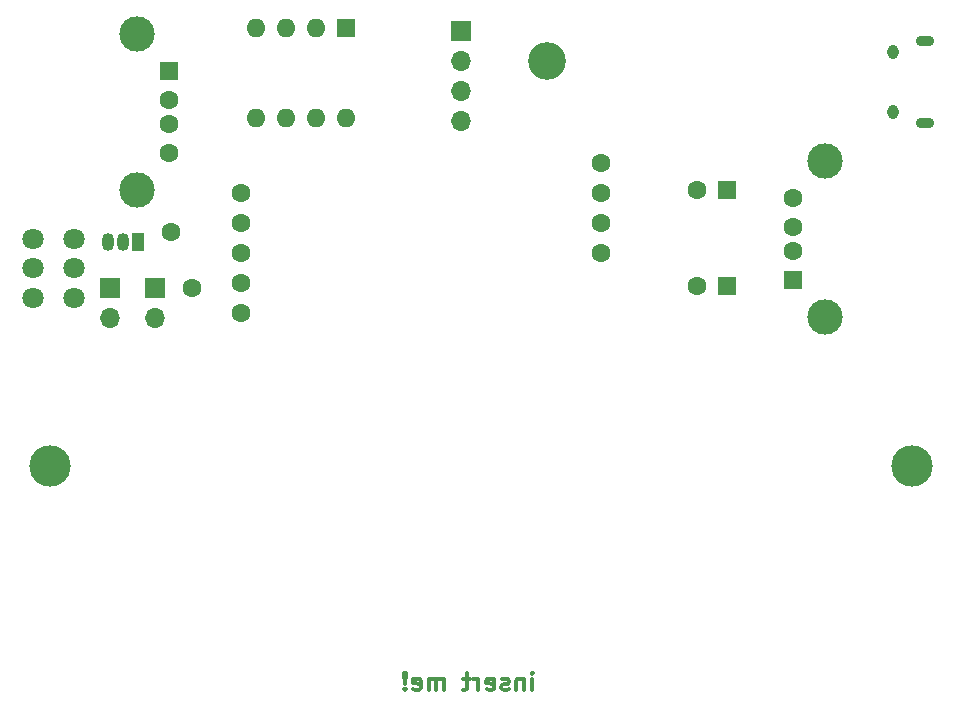
<source format=gbr>
%TF.GenerationSoftware,KiCad,Pcbnew,(5.99.0-12305-g62f7a09290)*%
%TF.CreationDate,2021-10-11T18:46:27-07:00*%
%TF.ProjectId,vive_ups,76697665-5f75-4707-932e-6b696361645f,rev?*%
%TF.SameCoordinates,Original*%
%TF.FileFunction,Soldermask,Bot*%
%TF.FilePolarity,Negative*%
%FSLAX46Y46*%
G04 Gerber Fmt 4.6, Leading zero omitted, Abs format (unit mm)*
G04 Created by KiCad (PCBNEW (5.99.0-12305-g62f7a09290)) date 2021-10-11 18:46:27*
%MOMM*%
%LPD*%
G01*
G04 APERTURE LIST*
G04 Aperture macros list*
%AMHorizOval*
0 Thick line with rounded ends*
0 $1 width*
0 $2 $3 position (X,Y) of the first rounded end (center of the circle)*
0 $4 $5 position (X,Y) of the second rounded end (center of the circle)*
0 Add line between two ends*
20,1,$1,$2,$3,$4,$5,0*
0 Add two circle primitives to create the rounded ends*
1,1,$1,$2,$3*
1,1,$1,$4,$5*%
G04 Aperture macros list end*
%ADD10C,0.300000*%
%ADD11R,1.700000X1.700000*%
%ADD12O,1.700000X1.700000*%
%ADD13O,1.050000X1.500000*%
%ADD14R,1.050000X1.500000*%
%ADD15HorizOval,1.600000X0.000000X0.000000X0.000000X0.000000X0*%
%ADD16C,1.600000*%
%ADD17C,3.200000*%
%ADD18R,1.600000X1.600000*%
%ADD19C,1.800000*%
%ADD20O,1.550000X0.890000*%
%ADD21O,0.950000X1.250000*%
%ADD22C,3.500000*%
%ADD23R,1.500000X1.600000*%
%ADD24C,3.000000*%
%ADD25O,1.600000X1.600000*%
G04 APERTURE END LIST*
D10*
X107500857Y-152062571D02*
X107500857Y-151062571D01*
X107500857Y-150562571D02*
X107572285Y-150634000D01*
X107500857Y-150705428D01*
X107429428Y-150634000D01*
X107500857Y-150562571D01*
X107500857Y-150705428D01*
X106786571Y-151062571D02*
X106786571Y-152062571D01*
X106786571Y-151205428D02*
X106715142Y-151134000D01*
X106572285Y-151062571D01*
X106358000Y-151062571D01*
X106215142Y-151134000D01*
X106143714Y-151276857D01*
X106143714Y-152062571D01*
X105500857Y-151991142D02*
X105358000Y-152062571D01*
X105072285Y-152062571D01*
X104929428Y-151991142D01*
X104858000Y-151848285D01*
X104858000Y-151776857D01*
X104929428Y-151634000D01*
X105072285Y-151562571D01*
X105286571Y-151562571D01*
X105429428Y-151491142D01*
X105500857Y-151348285D01*
X105500857Y-151276857D01*
X105429428Y-151134000D01*
X105286571Y-151062571D01*
X105072285Y-151062571D01*
X104929428Y-151134000D01*
X103643714Y-151991142D02*
X103786571Y-152062571D01*
X104072285Y-152062571D01*
X104215142Y-151991142D01*
X104286571Y-151848285D01*
X104286571Y-151276857D01*
X104215142Y-151134000D01*
X104072285Y-151062571D01*
X103786571Y-151062571D01*
X103643714Y-151134000D01*
X103572285Y-151276857D01*
X103572285Y-151419714D01*
X104286571Y-151562571D01*
X102929428Y-152062571D02*
X102929428Y-151062571D01*
X102929428Y-151348285D02*
X102858000Y-151205428D01*
X102786571Y-151134000D01*
X102643714Y-151062571D01*
X102500857Y-151062571D01*
X102215142Y-151062571D02*
X101643714Y-151062571D01*
X102000857Y-150562571D02*
X102000857Y-151848285D01*
X101929428Y-151991142D01*
X101786571Y-152062571D01*
X101643714Y-152062571D01*
X100000857Y-152062571D02*
X100000857Y-151062571D01*
X100000857Y-151205428D02*
X99929428Y-151134000D01*
X99786571Y-151062571D01*
X99572285Y-151062571D01*
X99429428Y-151134000D01*
X99358000Y-151276857D01*
X99358000Y-152062571D01*
X99358000Y-151276857D02*
X99286571Y-151134000D01*
X99143714Y-151062571D01*
X98929428Y-151062571D01*
X98786571Y-151134000D01*
X98715142Y-151276857D01*
X98715142Y-152062571D01*
X97429428Y-151991142D02*
X97572285Y-152062571D01*
X97858000Y-152062571D01*
X98000857Y-151991142D01*
X98072285Y-151848285D01*
X98072285Y-151276857D01*
X98000857Y-151134000D01*
X97858000Y-151062571D01*
X97572285Y-151062571D01*
X97429428Y-151134000D01*
X97358000Y-151276857D01*
X97358000Y-151419714D01*
X98072285Y-151562571D01*
X96715142Y-151919714D02*
X96643714Y-151991142D01*
X96715142Y-152062571D01*
X96786571Y-151991142D01*
X96715142Y-151919714D01*
X96715142Y-152062571D01*
X96715142Y-151491142D02*
X96786571Y-150634000D01*
X96715142Y-150562571D01*
X96643714Y-150634000D01*
X96715142Y-151491142D01*
X96715142Y-150562571D01*
D11*
%TO.C,BZ1*%
X71755000Y-117983000D03*
D12*
X71755000Y-120523000D03*
%TD*%
D13*
%TO.C,Q1*%
X72847200Y-114096800D03*
X71577200Y-114096800D03*
D14*
X74117200Y-114096800D03*
%TD*%
D15*
%TO.C,R13*%
X78648662Y-118006839D03*
D16*
X76911200Y-113233200D03*
%TD*%
D12*
%TO.C,J3*%
X101447600Y-103835200D03*
X101447600Y-101295200D03*
X101447600Y-98755200D03*
D11*
X101447600Y-96215200D03*
%TD*%
D17*
%TO.C,H1*%
X108712000Y-98806000D03*
%TD*%
D16*
%TO.C,C5*%
X121452000Y-109728000D03*
D18*
X123952000Y-109728000D03*
%TD*%
D16*
%TO.C,U9*%
X113294000Y-115062000D03*
X113294000Y-112522000D03*
X113294000Y-109982000D03*
X113294000Y-107442000D03*
X82794000Y-120142000D03*
X82794000Y-117602000D03*
X82794000Y-115062000D03*
X82794000Y-112522000D03*
X82794000Y-109982000D03*
%TD*%
D12*
%TO.C,C3*%
X75539600Y-120548400D03*
D11*
X75539600Y-118008400D03*
%TD*%
D19*
%TO.C,SW1*%
X65254400Y-113832000D03*
X65254400Y-116332000D03*
X65254400Y-118832000D03*
X68654400Y-113832000D03*
X68654400Y-116332000D03*
X68654400Y-118832000D03*
%TD*%
D20*
%TO.C,J2*%
X140771400Y-97058600D03*
X140771400Y-104058600D03*
D21*
X138071400Y-98058600D03*
X138071400Y-103058600D03*
%TD*%
D22*
%TO.C,BT1*%
X139624000Y-133096000D03*
X66624000Y-133096000D03*
%TD*%
D16*
%TO.C,C9*%
X121452000Y-117856000D03*
D18*
X123952000Y-117856000D03*
%TD*%
D16*
%TO.C,J4*%
X129540000Y-110348000D03*
X129540000Y-112848000D03*
X129540000Y-114848000D03*
D23*
X129540000Y-117348000D03*
D24*
X132250000Y-107278000D03*
X132250000Y-120418000D03*
%TD*%
D16*
%TO.C,J1*%
X76751000Y-106590000D03*
X76751000Y-104090000D03*
X76751000Y-102090000D03*
D23*
X76751000Y-99590000D03*
D24*
X74041000Y-109660000D03*
X74041000Y-96520000D03*
%TD*%
D25*
%TO.C,U8*%
X91757500Y-103632000D03*
X84137500Y-96012000D03*
X89217500Y-103632000D03*
X86677500Y-96012000D03*
X86677500Y-103632000D03*
X89217500Y-96012000D03*
X84137500Y-103632000D03*
D18*
X91757500Y-96012000D03*
%TD*%
M02*

</source>
